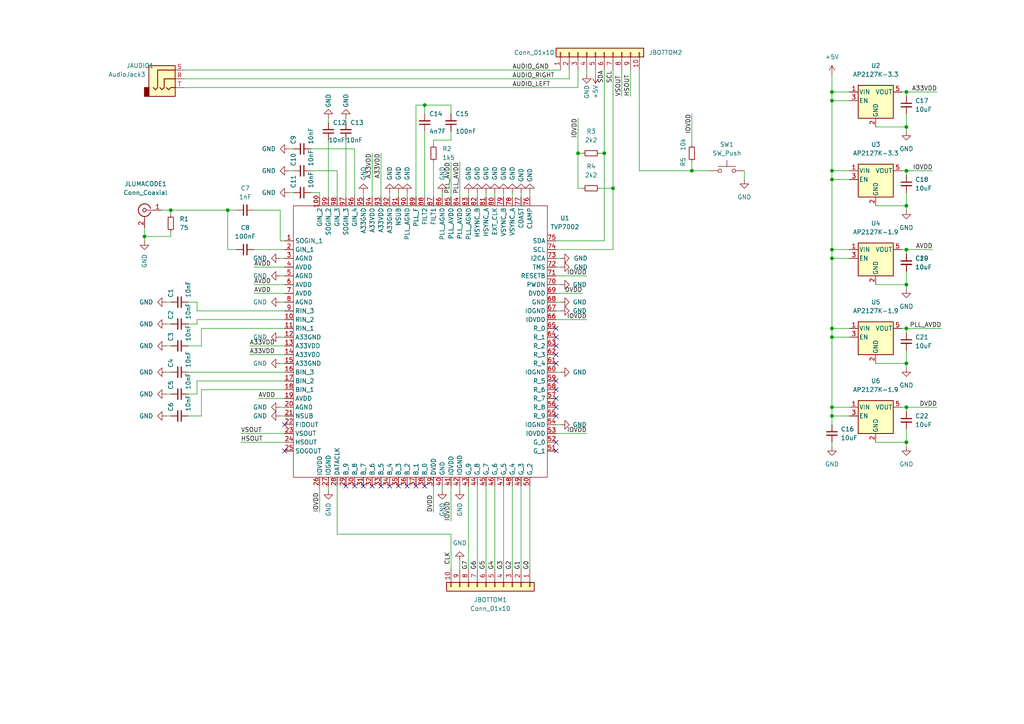
<source format=kicad_sch>
(kicad_sch (version 20211123) (generator eeschema)
  (paper "A4")
  (title_block (title "Video input board"))
  (lib_symbols
    (symbol "Connector:AudioJack3"
      (property "Reference" "J" (at 0 8.89 0))
      (property "Value" "AudioJack3" (at 0 6.35 0))
      (symbol "AudioJack3_0_1"
        (rectangle (start -5.08 -5.08) (end -6.35 -2.54) (stroke (width 0.254)) (fill (type outline)))
        (polyline (pts (xy 0 -2.54) (xy 0.635 -3.175) (xy 1.27 -2.54) (xy 2.54 -2.54)) (stroke (width 0.254)))
        (polyline (pts (xy -1.905 -2.54) (xy -1.27 -3.175) (xy -0.635 -2.54) (xy -0.635 0) (xy 2.54 0)) (stroke (width 0.254)))
        (polyline (pts (xy 2.54 2.54) (xy -2.54 2.54) (xy -2.54 -2.54) (xy -3.175 -3.175) (xy -3.81 -2.54)) (stroke (width 0.254)))
        (rectangle (start 2.54 3.81) (end -5.08 -5.08) (stroke (width 0.254)) (fill (type background)))
      )
      (symbol "AudioJack3_1_1"
        (pin passive line (at 5.08 0 180) (length 2.54) (name "~") (number "R"))
        (pin passive line (at 5.08 2.54 180) (length 2.54) (name "~") (number "S"))
        (pin passive line (at 5.08 -2.54 180) (length 2.54) (name "~") (number "T"))
      )
    )
    (symbol "Connector:Conn_Coaxial" (pin_names (offset 1.016) hide)
      (property "Reference" "J" (at 0.254 3.048 0))
      (property "Value" "Conn_Coaxial" (at 2.921 0 90))
      (symbol "Conn_Coaxial_0_1"
        (arc (start -1.778 -0.508) (mid 0.2311 -1.8066) (end 1.778 0) (stroke (width 0.254)))
        (polyline (pts (xy -2.54 0) (xy -0.508 0)))
        (polyline (pts (xy 0 -2.54) (xy 0 -1.778)))
        (circle (center 0 0) (radius 0.508) (stroke (width 0.2032)))
        (arc (start 1.778 0) (mid 0.2099 1.8101) (end -1.778 0.508) (stroke (width 0.254)))
      )
      (symbol "Conn_Coaxial_1_1"
        (pin passive line (at -5.08 0 0) (length 2.54) (name "In") (number "1"))
        (pin passive line (at 0 -5.08 90) (length 2.54) (name "Ext") (number "2"))
      )
    )
    (symbol "Connector_Generic:Conn_01x10" (pin_names (offset 1.016) hide)
      (property "Reference" "J" (at 0 12.7 0))
      (property "Value" "Conn_01x10" (at 0 -15.24 0))
      (symbol "Conn_01x10_1_1"
        (rectangle (start -1.27 -12.573) (end 0 -12.827) (stroke (width 0.1524)))
        (rectangle (start -1.27 -10.033) (end 0 -10.287) (stroke (width 0.1524)))
        (rectangle (start -1.27 -7.493) (end 0 -7.747) (stroke (width 0.1524)))
        (rectangle (start -1.27 -4.953) (end 0 -5.207) (stroke (width 0.1524)))
        (rectangle (start -1.27 -2.413) (end 0 -2.667) (stroke (width 0.1524)))
        (rectangle (start -1.27 0.127) (end 0 -0.127) (stroke (width 0.1524)))
        (rectangle (start -1.27 2.667) (end 0 2.413) (stroke (width 0.1524)))
        (rectangle (start -1.27 5.207) (end 0 4.953) (stroke (width 0.1524)))
        (rectangle (start -1.27 7.747) (end 0 7.493) (stroke (width 0.1524)))
        (rectangle (start -1.27 10.287) (end 0 10.033) (stroke (width 0.1524)))
        (rectangle (start -1.27 11.43) (end 1.27 -13.97) (stroke (width 0.254)) (fill (type background)))
        (pin passive line (at -5.08 10.16 0) (length 3.81) (name "Pin_1") (number "1"))
        (pin passive line (at -5.08 -12.7 0) (length 3.81) (name "Pin_10") (number "10"))
        (pin passive line (at -5.08 7.62 0) (length 3.81) (name "Pin_2") (number "2"))
        (pin passive line (at -5.08 5.08 0) (length 3.81) (name "Pin_3") (number "3"))
        (pin passive line (at -5.08 2.54 0) (length 3.81) (name "Pin_4") (number "4"))
        (pin passive line (at -5.08 0 0) (length 3.81) (name "Pin_5") (number "5"))
        (pin passive line (at -5.08 -2.54 0) (length 3.81) (name "Pin_6") (number "6"))
        (pin passive line (at -5.08 -5.08 0) (length 3.81) (name "Pin_7") (number "7"))
        (pin passive line (at -5.08 -7.62 0) (length 3.81) (name "Pin_8") (number "8"))
        (pin passive line (at -5.08 -10.16 0) (length 3.81) (name "Pin_9") (number "9"))
      )
    )
    (symbol "Device:C_Small" (pin_numbers hide) (pin_names (offset 0.254) hide)
      (property "Reference" "C" (at 0.254 1.778 0))
      (property "Value" "C_Small" (at 0.254 -2.032 0))
      (symbol "C_Small_0_1"
        (polyline (pts (xy -1.524 -0.508) (xy 1.524 -0.508)) (stroke (width 0.3302)))
        (polyline (pts (xy -1.524 0.508) (xy 1.524 0.508)) (stroke (width 0.3048)))
      )
      (symbol "C_Small_1_1"
        (pin passive line (at 0 2.54 270) (length 2.032) (name "~") (number "1"))
        (pin passive line (at 0 -2.54 90) (length 2.032) (name "~") (number "2"))
      )
    )
    (symbol "Device:R_Small" (pin_numbers hide) (pin_names (offset 0.254) hide)
      (property "Reference" "R" (at 0.762 0.508 0))
      (property "Value" "R_Small" (at 0.762 -1.016 0))
      (symbol "R_Small_0_1"
        (rectangle (start -0.762 1.778) (end 0.762 -1.778) (stroke (width 0.2032)))
      )
      (symbol "R_Small_1_1"
        (pin passive line (at 0 2.54 270) (length 0.762) (name "~") (number "1"))
        (pin passive line (at 0 -2.54 90) (length 0.762) (name "~") (number "2"))
      )
    )
    (symbol "Library:TVP7002"
      (property "Reference" "U" (at 0 2.54 0))
      (property "Value" "TVP7002" (at 0 0 0))
      (symbol "TVP7002_0_1"
        (rectangle (start -38.1 40.64) (end 35.56 -38.1))
      )
      (symbol "TVP7002_1_1"
        (pin input line (at -40.64 30.48 0) (length 2.54) (name "SOGIN_1") (number "1"))
        (pin input line (at -40.64 7.62 0) (length 2.54) (name "RIN_2") (number "10"))
        (pin input line (at -30.48 43.18 270) (length 2.54) (name "GIN_2") (number "100"))
        (pin input line (at -40.64 5.08 0) (length 2.54) (name "RIN_1") (number "11"))
        (pin power_in line (at -40.64 2.54 0) (length 2.54) (name "A33GND") (number "12"))
        (pin power_in line (at -40.64 0 0) (length 2.54) (name "A33VDD") (number "13"))
        (pin power_in line (at -40.64 -2.54 0) (length 2.54) (name "A33VDD") (number "14"))
        (pin power_in line (at -40.64 -5.08 0) (length 2.54) (name "A33GND") (number "15"))
        (pin input line (at -40.64 -7.62 0) (length 2.54) (name "BIN_3") (number "16"))
        (pin input line (at -40.64 -10.16 0) (length 2.54) (name "BIN_2") (number "17"))
        (pin input line (at -40.64 -12.7 0) (length 2.54) (name "BIN_1") (number "18"))
        (pin power_in line (at -40.64 -15.24 0) (length 2.54) (name "AVDD") (number "19"))
        (pin input line (at -40.64 27.94 0) (length 2.54) (name "GIN_1") (number "2"))
        (pin power_in line (at -40.64 -17.78 0) (length 2.54) (name "AGND") (number "20"))
        (pin power_in line (at -40.64 -20.32 0) (length 2.54) (name "NSUB") (number "21"))
        (pin output line (at -40.64 -22.86 0) (length 2.54) (name "FIDOUT") (number "22"))
        (pin output line (at -40.64 -25.4 0) (length 2.54) (name "VSOUT") (number "23"))
        (pin output line (at -40.64 -27.94 0) (length 2.54) (name "HSOUT") (number "24"))
        (pin output line (at -40.64 -30.48 0) (length 2.54) (name "SOGOUT") (number "25"))
        (pin power_in line (at -30.48 -40.64 90) (length 2.54) (name "IOVDD") (number "26"))
        (pin power_in line (at -27.94 -40.64 90) (length 2.54) (name "IOGND") (number "27"))
        (pin output line (at -25.4 -40.64 90) (length 2.54) (name "DATACLK") (number "28"))
        (pin output line (at -22.86 -40.64 90) (length 2.54) (name "B_9") (number "29"))
        (pin power_in line (at -40.64 25.4 0) (length 2.54) (name "AGND") (number "3"))
        (pin output line (at -20.32 -40.64 90) (length 2.54) (name "B_8") (number "30"))
        (pin output line (at -17.78 -40.64 90) (length 2.54) (name "B_7") (number "31"))
        (pin output line (at -15.24 -40.64 90) (length 2.54) (name "B_6") (number "32"))
        (pin output line (at -12.7 -40.64 90) (length 2.54) (name "B_5") (number "33"))
        (pin output line (at -10.16 -40.64 90) (length 2.54) (name "B_4") (number "34"))
        (pin output line (at -7.62 -40.64 90) (length 2.54) (name "B_3") (number "35"))
        (pin output line (at -5.08 -40.64 90) (length 2.54) (name "B_2") (number "36"))
        (pin output line (at -2.54 -40.64 90) (length 2.54) (name "B_1") (number "37"))
        (pin output line (at 0 -40.64 90) (length 2.54) (name "B_0") (number "38"))
        (pin power_in line (at 2.54 -40.64 90) (length 2.54) (name "DVDD") (number "39"))
        (pin power_in line (at -40.64 22.86 0) (length 2.54) (name "AVDD") (number "4"))
        (pin power_in line (at 5.08 -40.64 90) (length 2.54) (name "GND") (number "40"))
        (pin power_in line (at 7.62 -40.64 90) (length 2.54) (name "IOVDD") (number "41"))
        (pin power_in line (at 10.16 -40.64 90) (length 2.54) (name "IOGND") (number "42"))
        (pin output line (at 12.7 -40.64 90) (length 2.54) (name "G_9") (number "43"))
        (pin output line (at 15.24 -40.64 90) (length 2.54) (name "G_8") (number "44"))
        (pin output line (at 17.78 -40.64 90) (length 2.54) (name "G_7") (number "45"))
        (pin output line (at 20.32 -40.64 90) (length 2.54) (name "G_6") (number "46"))
        (pin output line (at 22.86 -40.64 90) (length 2.54) (name "G_5") (number "47"))
        (pin output line (at 25.4 -40.64 90) (length 2.54) (name "G_4") (number "48"))
        (pin output line (at 27.94 -40.64 90) (length 2.54) (name "G_3") (number "49"))
        (pin power_in line (at -40.64 20.32 0) (length 2.54) (name "AGND") (number "5"))
        (pin output line (at 30.48 -40.64 90) (length 2.54) (name "G_2") (number "50"))
        (pin output line (at 38.1 -30.48 180) (length 2.54) (name "G_1") (number "51"))
        (pin output line (at 38.1 -27.94 180) (length 2.54) (name "G_0") (number "52"))
        (pin power_in line (at 38.1 -25.4 180) (length 2.54) (name "IOVDD") (number "53"))
        (pin power_in line (at 38.1 -22.86 180) (length 2.54) (name "IOGND") (number "54"))
        (pin output line (at 38.1 -20.32 180) (length 2.54) (name "R_9") (number "55"))
        (pin output line (at 38.1 -17.78 180) (length 2.54) (name "R_8") (number "56"))
        (pin output line (at 38.1 -15.24 180) (length 2.54) (name "R_7") (number "57"))
        (pin output line (at 38.1 -12.7 180) (length 2.54) (name "R_6") (number "58"))
        (pin output line (at 38.1 -10.16 180) (length 2.54) (name "R_5") (number "59"))
        (pin power_in line (at -40.64 17.78 0) (length 2.54) (name "AVDD") (number "6"))
        (pin power_in line (at 38.1 -7.62 180) (length 2.54) (name "IOGND") (number "60"))
        (pin output line (at 38.1 -5.08 180) (length 2.54) (name "R_4") (number "61"))
        (pin output line (at 38.1 -2.54 180) (length 2.54) (name "R_3") (number "62"))
        (pin output line (at 38.1 0 180) (length 2.54) (name "R_2") (number "63"))
        (pin output line (at 38.1 2.54 180) (length 2.54) (name "R_1") (number "64"))
        (pin output line (at 38.1 5.08 180) (length 2.54) (name "R_0") (number "65"))
        (pin power_in line (at 38.1 7.62 180) (length 2.54) (name "IOVDD") (number "66"))
        (pin power_in line (at 38.1 10.16 180) (length 2.54) (name "IOGND") (number "67"))
        (pin power_in line (at 38.1 12.7 180) (length 2.54) (name "GND") (number "68"))
        (pin power_in line (at 38.1 15.24 180) (length 2.54) (name "DVDD") (number "69"))
        (pin power_in line (at -40.64 15.24 0) (length 2.54) (name "AVDD") (number "7"))
        (pin input line (at 38.1 17.78 180) (length 2.54) (name "PWDN") (number "70"))
        (pin input line (at 38.1 20.32 180) (length 2.54) (name "RESETB") (number "71"))
        (pin input line (at 38.1 22.86 180) (length 2.54) (name "TMS") (number "72"))
        (pin input line (at 38.1 25.4 180) (length 2.54) (name "I2CA") (number "73"))
        (pin input line (at 38.1 27.94 180) (length 2.54) (name "SCL") (number "74"))
        (pin bidirectional line (at 38.1 30.48 180) (length 2.54) (name "SDA") (number "75"))
        (pin input line (at 30.48 43.18 270) (length 2.54) (name "CLAMP") (number "76"))
        (pin input line (at 27.94 43.18 270) (length 2.54) (name "COAST") (number "77"))
        (pin input line (at 25.4 43.18 270) (length 2.54) (name "VSYNC_A") (number "78"))
        (pin input line (at 22.86 43.18 270) (length 2.54) (name "VSYNC_B") (number "79"))
        (pin power_in line (at -40.64 12.7 0) (length 2.54) (name "AGND") (number "8"))
        (pin input line (at 20.32 43.18 270) (length 2.54) (name "EXT_CLK") (number "80"))
        (pin input line (at 17.78 43.18 270) (length 2.54) (name "HSYNC_A") (number "81"))
        (pin input line (at 15.24 43.18 270) (length 2.54) (name "HSYNC_B") (number "82"))
        (pin power_in line (at 12.7 43.18 270) (length 2.54) (name "PLL_AGND") (number "83"))
        (pin power_in line (at 10.16 43.18 270) (length 2.54) (name "PLL_AVDD") (number "84"))
        (pin power_in line (at 7.62 43.18 270) (length 2.54) (name "PLL_AVDD") (number "85"))
        (pin power_in line (at 5.08 43.18 270) (length 2.54) (name "PLL_AGND") (number "86"))
        (pin output line (at 2.54 43.18 270) (length 2.54) (name "FILT1") (number "87"))
        (pin output line (at 0 43.18 270) (length 2.54) (name "FILT2") (number "88"))
        (pin input line (at -2.54 43.18 270) (length 2.54) (name "PLL_F") (number "89"))
        (pin input line (at -40.64 10.16 0) (length 2.54) (name "RIN_3") (number "9"))
        (pin power_in line (at -5.08 43.18 270) (length 2.54) (name "PLL_AGND") (number "90"))
        (pin power_in line (at -7.62 43.18 270) (length 2.54) (name "NSUB") (number "91"))
        (pin power_in line (at -10.16 43.18 270) (length 2.54) (name "A33GND") (number "92"))
        (pin power_in line (at -12.7 43.18 270) (length 2.54) (name "A33VDD") (number "93"))
        (pin power_in line (at -15.24 43.18 270) (length 2.54) (name "A33VDD") (number "94"))
        (pin power_in line (at -17.78 43.18 270) (length 2.54) (name "A33GND") (number "95"))
        (pin input line (at -20.32 43.18 270) (length 2.54) (name "GIN_4") (number "96"))
        (pin input line (at -22.86 43.18 270) (length 2.54) (name "SOGIN_3") (number "97"))
        (pin input line (at -25.4 43.18 270) (length 2.54) (name "GIN_3") (number "98"))
        (pin input line (at -27.94 43.18 270) (length 2.54) (name "SOGIN_2") (number "99"))
      )
    )
    (symbol "Regulator_Linear:AP2127K-3.3" (pin_names (offset 0.254))
      (property "Reference" "U" (at -5.08 5.715 0))
      (property "Value" "AP2127K-3.3" (at 0 5.715 0))
      (symbol "AP2127K-3.3_0_1"
        (rectangle (start -5.08 4.445) (end 5.08 -5.08) (stroke (width 0.254)) (fill (type background)))
      )
      (symbol "AP2127K-3.3_1_1"
        (pin power_in line (at -7.62 2.54 0) (length 2.54) (name "VIN") (number "1"))
        (pin power_in line (at 0 -7.62 90) (length 2.54) (name "GND") (number "2"))
        (pin input line (at -7.62 0 0) (length 2.54) (name "EN") (number "3"))
        (pin no_connect line (at 5.08 0 180) (length 2.54) hide (name "NC") (number "4"))
        (pin power_out line (at 7.62 2.54 180) (length 2.54) (name "VOUT") (number "5"))
      )
    )
    (symbol "Switch:SW_Push" (pin_numbers hide) (pin_names (offset 1.016) hide)
      (property "Reference" "SW" (at 1.27 2.54 0))
      (property "Value" "SW_Push" (at 0 -1.524 0))
      (symbol "SW_Push_0_1"
        (circle (center -2.032 0) (radius 0.508))
        (polyline (pts (xy 0 1.27) (xy 0 3.048)))
        (polyline (pts (xy 2.54 1.27) (xy -2.54 1.27)))
        (circle (center 2.032 0) (radius 0.508))
        (pin passive line (at -5.08 0 0) (length 2.54) (name "1") (number "1"))
        (pin passive line (at 5.08 0 180) (length 2.54) (name "2") (number "2"))
      )
    )
    (symbol "power:+5V" (power) (pin_names (offset 0))
      (property "Value" "+5V" (at 0 3.556 0))
      (symbol "+5V_0_1"
        (polyline (pts (xy -0.762 1.27) (xy 0 2.54)))
        (polyline (pts (xy 0 0) (xy 0 2.54)))
        (polyline (pts (xy 0 2.54) (xy 0.762 1.27)))
      )
      (symbol "+5V_1_1"
        (pin power_in line (at 0 0 90) (length 0) hide (name "+5V") (number "1"))
      )
    )
    (symbol "power:GND" (power) (pin_names (offset 0))
      (property "Value" "GND" (at 0 -3.81 0))
      (symbol "GND_0_1"
        (polyline (pts (xy 0 0) (xy 0 -1.27) (xy 1.27 -1.27) (xy 0 -2.54) (xy -1.27 -1.27) (xy 0 -1.27)))
      )
      (symbol "GND_1_1"
        (pin power_in line (at 0 0 270) (length 0) hide (name "GND") (number "1"))
      )
    )
  )
  (junction (at 241.3 97.79))
  (junction (at 262.89 118.11))
  (junction (at 262.89 82.55))
  (junction (at 241.3 29.21))
  (junction (at 262.89 128.27))
  (junction (at 241.3 74.93))
  (junction (at 49.53 60.96))
  (junction (at 262.89 36.83))
  (junction (at 241.3 26.67))
  (junction (at 123.19 30.48))
  (junction (at 241.3 49.53))
  (junction (at 200.66 49.53))
  (junction (at 262.89 72.39))
  (junction (at 262.89 105.41))
  (junction (at 262.89 26.67))
  (junction (at 66.04 60.96))
  (junction (at 167.64 44.45))
  (junction (at 241.3 120.65))
  (junction (at 177.8 54.61))
  (junction (at 41.91 68.58))
  (junction (at 175.26 44.45))
  (junction (at 241.3 52.07))
  (junction (at 241.3 95.25))
  (junction (at 262.89 49.53))
  (junction (at 241.3 118.11))
  (junction (at 262.89 59.69))
  (junction (at 262.89 95.25))
  (junction (at 241.3 72.39))
  (no_connect (at 82.55 130.81))
  (no_connect (at 82.55 123.19))
  (no_connect (at 161.29 105.41))
  (no_connect (at 161.29 102.87))
  (no_connect (at 161.29 100.33))
  (no_connect (at 161.29 97.79))
  (no_connect (at 161.29 95.25))
  (no_connect (at 161.29 120.65))
  (no_connect (at 161.29 118.11))
  (no_connect (at 161.29 115.57))
  (no_connect (at 161.29 113.03))
  (no_connect (at 161.29 110.49))
  (no_connect (at 161.29 128.27))
  (no_connect (at 161.29 130.81))
  (no_connect (at 107.95 140.97))
  (no_connect (at 100.33 140.97))
  (no_connect (at 102.87 140.97))
  (no_connect (at 105.41 140.97))
  (no_connect (at 110.49 140.97))
  (no_connect (at 115.57 140.97))
  (no_connect (at 113.03 140.97))
  (no_connect (at 123.19 140.97))
  (no_connect (at 118.11 140.97))
  (no_connect (at 120.65 140.97))
  (wire (pts (xy 138.43 140.97) (xy 138.43 165.1)))
  (wire (pts (xy 262.89 72.39) (xy 262.89 73.66)))
  (wire (pts (xy 177.8 72.39) (xy 177.8 54.61)))
  (wire (pts (xy 48.26 100.33) (xy 49.53 100.33)))
  (wire (pts (xy 95.25 40.64) (xy 95.25 57.15)))
  (wire (pts (xy 241.3 49.53) (xy 246.38 49.53)))
  (wire (pts (xy 173.99 44.45) (xy 175.26 44.45)))
  (wire (pts (xy 95.25 140.97) (xy 95.25 142.24)))
  (wire (pts (xy 135.89 140.97) (xy 135.89 165.1)))
  (wire (pts (xy 49.53 68.58) (xy 49.53 67.31)))
  (wire (pts (xy 133.35 140.97) (xy 133.35 142.24)))
  (wire (pts (xy 81.28 105.41) (xy 82.55 105.41)))
  (wire (pts (xy 241.3 49.53) (xy 241.3 52.07)))
  (wire (pts (xy 241.3 120.65) (xy 241.3 123.19)))
  (wire (pts (xy 48.26 87.63) (xy 49.53 87.63)))
  (wire (pts (xy 53.34 22.86) (xy 165.1 22.86)))
  (wire (pts (xy 130.81 140.97) (xy 130.81 151.13)))
  (wire (pts (xy 261.62 49.53) (xy 262.89 49.53)))
  (wire (pts (xy 167.64 34.29) (xy 167.64 44.45)))
  (wire (pts (xy 57.15 92.71) (xy 57.15 93.98)))
  (wire (pts (xy 92.71 55.88) (xy 90.17 55.88)))
  (wire (pts (xy 161.29 74.93) (xy 162.56 74.93)))
  (wire (pts (xy 123.19 38.1) (xy 123.19 57.15)))
  (wire (pts (xy 254 82.55) (xy 262.89 82.55)))
  (wire (pts (xy 81.28 69.85) (xy 82.55 69.85)))
  (wire (pts (xy 82.55 90.17) (xy 57.15 90.17)))
  (wire (pts (xy 57.15 93.98) (xy 54.61 93.98)))
  (wire (pts (xy 241.3 95.25) (xy 246.38 95.25)))
  (wire (pts (xy 262.89 59.69) (xy 262.89 55.88)))
  (wire (pts (xy 107.95 44.45) (xy 107.95 57.15)))
  (wire (pts (xy 261.62 26.67) (xy 262.89 26.67)))
  (wire (pts (xy 81.28 87.63) (xy 82.55 87.63)))
  (wire (pts (xy 133.35 162.56) (xy 133.35 165.1)))
  (wire (pts (xy 125.73 41.91) (xy 125.73 40.64)))
  (wire (pts (xy 57.15 114.3) (xy 54.61 114.3)))
  (wire (pts (xy 153.67 55.88) (xy 153.67 57.15)))
  (wire (pts (xy 69.85 125.73) (xy 82.55 125.73)))
  (wire (pts (xy 143.51 55.88) (xy 143.51 57.15)))
  (wire (pts (xy 161.29 92.71) (xy 170.18 92.71)))
  (wire (pts (xy 81.28 69.85) (xy 81.28 60.96)))
  (wire (pts (xy 165.1 20.32) (xy 165.1 22.86)))
  (wire (pts (xy 123.19 30.48) (xy 123.19 33.02)))
  (wire (pts (xy 161.29 125.73) (xy 170.18 125.73)))
  (wire (pts (xy 161.29 82.55) (xy 162.56 82.55)))
  (wire (pts (xy 182.88 20.32) (xy 182.88 27.94)))
  (wire (pts (xy 262.89 118.11) (xy 271.78 118.11)))
  (wire (pts (xy 83.82 43.18) (xy 85.09 43.18)))
  (wire (pts (xy 73.66 85.09) (xy 82.55 85.09)))
  (wire (pts (xy 175.26 20.32) (xy 175.26 44.45)))
  (wire (pts (xy 241.3 128.27) (xy 241.3 129.54)))
  (wire (pts (xy 261.62 95.25) (xy 262.89 95.25)))
  (wire (pts (xy 102.87 43.18) (xy 102.87 57.15)))
  (wire (pts (xy 97.79 49.53) (xy 90.17 49.53)))
  (wire (pts (xy 161.29 107.95) (xy 162.56 107.95)))
  (wire (pts (xy 130.81 46.99) (xy 130.81 57.15)))
  (wire (pts (xy 97.79 57.15) (xy 97.79 49.53)))
  (wire (pts (xy 241.3 118.11) (xy 246.38 118.11)))
  (wire (pts (xy 81.28 60.96) (xy 73.66 60.96)))
  (wire (pts (xy 58.42 100.33) (xy 54.61 100.33)))
  (wire (pts (xy 262.89 95.25) (xy 273.05 95.25)))
  (wire (pts (xy 95.25 34.29) (xy 95.25 35.56)))
  (wire (pts (xy 73.66 72.39) (xy 82.55 72.39)))
  (wire (pts (xy 41.91 66.04) (xy 41.91 68.58)))
  (wire (pts (xy 41.91 68.58) (xy 41.91 69.85)))
  (wire (pts (xy 130.81 40.64) (xy 130.81 38.1)))
  (wire (pts (xy 161.29 69.85) (xy 175.26 69.85)))
  (wire (pts (xy 148.59 140.97) (xy 148.59 165.1)))
  (wire (pts (xy 167.64 20.32) (xy 167.64 25.4)))
  (wire (pts (xy 241.3 72.39) (xy 246.38 72.39)))
  (wire (pts (xy 58.42 113.03) (xy 58.42 120.65)))
  (wire (pts (xy 200.66 49.53) (xy 205.74 49.53)))
  (wire (pts (xy 90.17 43.18) (xy 102.87 43.18)))
  (wire (pts (xy 81.28 74.93) (xy 82.55 74.93)))
  (wire (pts (xy 161.29 77.47) (xy 162.56 77.47)))
  (wire (pts (xy 146.05 140.97) (xy 146.05 165.1)))
  (wire (pts (xy 185.42 49.53) (xy 185.42 20.32)))
  (wire (pts (xy 135.89 55.88) (xy 135.89 57.15)))
  (wire (pts (xy 123.19 30.48) (xy 130.81 30.48)))
  (wire (pts (xy 130.81 154.94) (xy 130.81 165.1)))
  (wire (pts (xy 120.65 30.48) (xy 123.19 30.48)))
  (wire (pts (xy 262.89 128.27) (xy 262.89 129.54)))
  (wire (pts (xy 151.13 55.88) (xy 151.13 57.15)))
  (wire (pts (xy 140.97 55.88) (xy 140.97 57.15)))
  (wire (pts (xy 83.82 55.88) (xy 85.09 55.88)))
  (wire (pts (xy 241.3 120.65) (xy 246.38 120.65)))
  (wire (pts (xy 100.33 40.64) (xy 100.33 57.15)))
  (wire (pts (xy 72.39 102.87) (xy 82.55 102.87)))
  (wire (pts (xy 66.04 60.96) (xy 49.53 60.96)))
  (wire (pts (xy 241.3 97.79) (xy 241.3 118.11)))
  (wire (pts (xy 262.89 26.67) (xy 262.89 27.94)))
  (wire (pts (xy 97.79 140.97) (xy 97.79 154.94)))
  (wire (pts (xy 262.89 128.27) (xy 262.89 124.46)))
  (wire (pts (xy 241.3 72.39) (xy 241.3 74.93)))
  (wire (pts (xy 241.3 21.59) (xy 241.3 26.67)))
  (wire (pts (xy 262.89 72.39) (xy 270.51 72.39)))
  (wire (pts (xy 58.42 120.65) (xy 54.61 120.65)))
  (wire (pts (xy 241.3 26.67) (xy 241.3 29.21)))
  (wire (pts (xy 92.71 140.97) (xy 92.71 148.59)))
  (wire (pts (xy 46.99 60.96) (xy 49.53 60.96)))
  (wire (pts (xy 81.28 118.11) (xy 82.55 118.11)))
  (wire (pts (xy 54.61 107.95) (xy 82.55 107.95)))
  (wire (pts (xy 92.71 57.15) (xy 92.71 55.88)))
  (wire (pts (xy 125.73 46.99) (xy 125.73 57.15)))
  (wire (pts (xy 185.42 49.53) (xy 200.66 49.53)))
  (wire (pts (xy 177.8 20.32) (xy 177.8 54.61)))
  (wire (pts (xy 128.27 140.97) (xy 128.27 142.24)))
  (wire (pts (xy 161.29 80.01) (xy 170.18 80.01)))
  (wire (pts (xy 262.89 49.53) (xy 262.89 50.8)))
  (wire (pts (xy 82.55 95.25) (xy 58.42 95.25)))
  (wire (pts (xy 82.55 92.71) (xy 57.15 92.71)))
  (wire (pts (xy 262.89 26.67) (xy 271.78 26.67)))
  (wire (pts (xy 261.62 118.11) (xy 262.89 118.11)))
  (wire (pts (xy 69.85 128.27) (xy 82.55 128.27)))
  (wire (pts (xy 173.99 54.61) (xy 177.8 54.61)))
  (wire (pts (xy 241.3 29.21) (xy 246.38 29.21)))
  (wire (pts (xy 254 105.41) (xy 262.89 105.41)))
  (wire (pts (xy 148.59 55.88) (xy 148.59 57.15)))
  (wire (pts (xy 115.57 55.88) (xy 115.57 57.15)))
  (wire (pts (xy 161.29 87.63) (xy 162.56 87.63)))
  (wire (pts (xy 261.62 72.39) (xy 262.89 72.39)))
  (wire (pts (xy 48.26 107.95) (xy 49.53 107.95)))
  (wire (pts (xy 262.89 36.83) (xy 262.89 33.02)))
  (wire (pts (xy 81.28 120.65) (xy 82.55 120.65)))
  (wire (pts (xy 241.3 118.11) (xy 241.3 120.65)))
  (wire (pts (xy 66.04 60.96) (xy 68.58 60.96)))
  (wire (pts (xy 241.3 29.21) (xy 241.3 49.53)))
  (wire (pts (xy 128.27 55.88) (xy 128.27 57.15)))
  (wire (pts (xy 81.28 80.01) (xy 82.55 80.01)))
  (wire (pts (xy 254 59.69) (xy 262.89 59.69)))
  (wire (pts (xy 48.26 114.3) (xy 49.53 114.3)))
  (wire (pts (xy 49.53 60.96) (xy 49.53 62.23)))
  (wire (pts (xy 161.29 85.09) (xy 168.91 85.09)))
  (wire (pts (xy 241.3 26.67) (xy 246.38 26.67)))
  (wire (pts (xy 125.73 40.64) (xy 130.81 40.64)))
  (wire (pts (xy 167.64 44.45) (xy 168.91 44.45)))
  (wire (pts (xy 200.66 33.02) (xy 200.66 41.91)))
  (wire (pts (xy 262.89 59.69) (xy 262.89 60.96)))
  (wire (pts (xy 262.89 118.11) (xy 262.89 119.38)))
  (wire (pts (xy 113.03 55.88) (xy 113.03 57.15)))
  (wire (pts (xy 161.29 90.17) (xy 162.56 90.17)))
  (wire (pts (xy 241.3 74.93) (xy 241.3 95.25)))
  (wire (pts (xy 140.97 140.97) (xy 140.97 165.1)))
  (wire (pts (xy 74.93 115.57) (xy 82.55 115.57)))
  (wire (pts (xy 97.79 154.94) (xy 130.81 154.94)))
  (wire (pts (xy 133.35 46.99) (xy 133.35 57.15)))
  (wire (pts (xy 82.55 113.03) (xy 58.42 113.03)))
  (wire (pts (xy 138.43 55.88) (xy 138.43 57.15)))
  (wire (pts (xy 172.72 20.32) (xy 172.72 21.59)))
  (wire (pts (xy 57.15 90.17) (xy 57.15 87.63)))
  (wire (pts (xy 262.89 82.55) (xy 262.89 83.82)))
  (wire (pts (xy 161.29 123.19) (xy 162.56 123.19)))
  (wire (pts (xy 73.66 77.47) (xy 82.55 77.47)))
  (wire (pts (xy 73.66 82.55) (xy 82.55 82.55)))
  (wire (pts (xy 175.26 69.85) (xy 175.26 44.45)))
  (wire (pts (xy 262.89 36.83) (xy 262.89 38.1)))
  (wire (pts (xy 66.04 60.96) (xy 66.04 72.39)))
  (wire (pts (xy 53.34 25.4) (xy 167.64 25.4)))
  (wire (pts (xy 48.26 120.65) (xy 49.53 120.65)))
  (wire (pts (xy 170.18 20.32) (xy 170.18 21.59)))
  (wire (pts (xy 130.81 30.48) (xy 130.81 33.02)))
  (wire (pts (xy 66.04 72.39) (xy 68.58 72.39)))
  (wire (pts (xy 48.26 93.98) (xy 49.53 93.98)))
  (wire (pts (xy 151.13 140.97) (xy 151.13 165.1)))
  (wire (pts (xy 180.34 20.32) (xy 180.34 27.94)))
  (wire (pts (xy 110.49 44.45) (xy 110.49 57.15)))
  (wire (pts (xy 120.65 57.15) (xy 120.65 30.48)))
  (wire (pts (xy 262.89 95.25) (xy 262.89 96.52)))
  (wire (pts (xy 83.82 49.53) (xy 85.09 49.53)))
  (wire (pts (xy 72.39 100.33) (xy 82.55 100.33)))
  (wire (pts (xy 262.89 49.53) (xy 270.51 49.53)))
  (wire (pts (xy 153.67 140.97) (xy 153.67 165.1)))
  (wire (pts (xy 241.3 52.07) (xy 241.3 72.39)))
  (wire (pts (xy 118.11 55.88) (xy 118.11 57.15)))
  (wire (pts (xy 82.55 110.49) (xy 57.15 110.49)))
  (wire (pts (xy 125.73 140.97) (xy 125.73 148.59)))
  (wire (pts (xy 146.05 55.88) (xy 146.05 57.15)))
  (wire (pts (xy 57.15 87.63) (xy 54.61 87.63)))
  (wire (pts (xy 254 128.27) (xy 262.89 128.27)))
  (wire (pts (xy 41.91 68.58) (xy 49.53 68.58)))
  (wire (pts (xy 254 36.83) (xy 262.89 36.83)))
  (wire (pts (xy 200.66 46.99) (xy 200.66 49.53)))
  (wire (pts (xy 241.3 97.79) (xy 246.38 97.79)))
  (wire (pts (xy 143.51 140.97) (xy 143.51 165.1)))
  (wire (pts (xy 241.3 52.07) (xy 246.38 52.07)))
  (wire (pts (xy 262.89 82.55) (xy 262.89 78.74)))
  (wire (pts (xy 215.9 49.53) (xy 215.9 52.07)))
  (wire (pts (xy 168.91 54.61) (xy 167.64 54.61)))
  (wire (pts (xy 262.89 105.41) (xy 262.89 101.6)))
  (wire (pts (xy 241.3 95.25) (xy 241.3 97.79)))
  (wire (pts (xy 105.41 55.88) (xy 105.41 57.15)))
  (wire (pts (xy 100.33 34.29) (xy 100.33 35.56)))
  (wire (pts (xy 262.89 105.41) (xy 262.89 106.68)))
  (wire (pts (xy 81.28 97.79) (xy 82.55 97.79)))
  (wire (pts (xy 53.34 20.32) (xy 162.56 20.32)))
  (wire (pts (xy 57.15 110.49) (xy 57.15 114.3)))
  (wire (pts (xy 167.64 44.45) (xy 167.64 54.61)))
  (wire (pts (xy 161.29 72.39) (xy 177.8 72.39)))
  (wire (pts (xy 241.3 74.93) (xy 246.38 74.93)))
  (wire (pts (xy 58.42 95.25) (xy 58.42 100.33)))
  (label "AUDIO_LEFT" (at 148.59 25.4 0))
  (label "G7" (at 135.89 162.56 270))
  (label "AUDIO_RIGHT" (at 148.59 22.86 0))
  (label "IOVDD" (at 170.18 80.01 180))
  (label "IOVDD" (at 170.18 92.71 180))
  (label "CLK" (at 130.81 160.02 270))
  (label "A33VDD" (at 72.39 100.33 0))
  (label "PLL_AVDD" (at 273.05 95.25 180))
  (label "HSOUT" (at 69.85 128.27 0))
  (label "A33VDD" (at 107.95 44.45 270))
  (label "IOVDD" (at 200.66 33.02 270))
  (label "A33VDD" (at 72.39 102.87 0))
  (label "IOVDD" (at 92.71 148.59 90))
  (label "G5" (at 140.97 162.56 270))
  (label "A33VDD" (at 271.78 26.67 180))
  (label "AVDD" (at 74.93 115.57 0))
  (label "AVDD" (at 73.66 77.47 0))
  (label "VSOUT" (at 69.85 125.73 0))
  (label "G4" (at 143.51 162.56 270))
  (label "IOVDD" (at 270.51 49.53 180))
  (label "G0" (at 153.67 162.56 270))
  (label "A33VDD" (at 110.49 44.45 270))
  (label "G6" (at 138.43 162.56 270))
  (label "IOVDD" (at 130.81 151.13 90))
  (label "SDA" (at 175.26 24.13 90))
  (label "AVDD" (at 73.66 85.09 0))
  (label "G2" (at 148.59 162.56 270))
  (label "AVDD" (at 270.51 72.39 180))
  (label "AVDD" (at 73.66 82.55 0))
  (label "IOVDD" (at 167.64 34.29 270))
  (label "SCL" (at 177.8 24.13 90))
  (label "G3" (at 146.05 162.56 270))
  (label "DVDD" (at 271.78 118.11 180))
  (label "DVDD" (at 125.73 148.59 90))
  (label "IOVDD" (at 170.18 125.73 180))
  (label "VSOUT" (at 180.34 27.94 90))
  (label "PLL_AVDD" (at 133.35 46.99 270))
  (label "G1" (at 151.13 162.56 270))
  (label "AUDIO_GND" (at 148.59 20.32 0))
  (label "PLL_AVDD" (at 130.81 46.99 270))
  (label "HSOUT" (at 182.88 27.94 90))
  (label "DVDD" (at 168.91 85.09 180))
  (symbol (lib_id "power:GND") (at 128.27 55.88 180) (unit 1)
    (property "Reference" "#PWR025" (effects hide))
    (property "Value" "GND" (at 128.27 48.26 90) (effects (justify left)))
  )
  (symbol (lib_id "power:GND") (at 81.28 74.93 270) (unit 1)
    (property "Reference" "#PWR08" (effects hide))
    (property "Value" "GND" (at 77.47 74.9299 90) (effects (justify right)))
  )
  (symbol (lib_id "Device:R_Small") (at 49.53 64.77 0) (unit 1)
    (property "Reference" "R1" (at 52.07 63.4999 0) (effects (justify left)))
    (property "Value" "75" (at 52.07 66.0399 0) (effects (justify left)))
    (property "Footprint" "Resistor_SMD:R_0805_2012Metric" (effects hide))
  )
  (symbol (lib_id "Device:R_Small") (at 200.66 44.45 180) (unit 1)
    (property "Reference" "R5" (at 198.12 46.99 90))
    (property "Value" "10k" (at 198.12 41.91 90))
    (property "Footprint" "Resistor_SMD:R_0805_2012Metric" (effects hide))
  )
  (symbol (lib_id "Device:C_Small") (at 262.89 99.06 0) (unit 1)
    (property "Reference" "C21" (at 265.43 97.7962 0) (effects (justify left)))
    (property "Value" "10uF" (at 265.43 100.3362 0) (effects (justify left)))
    (property "Footprint" "Capacitor_SMD:C_0805_2012Metric" (effects hide))
  )
  (symbol (lib_id "power:GND") (at 133.35 142.24 0) (unit 1)
    (property "Reference" "#PWR027" (effects hide))
    (property "Value" "GND" (at 133.35 149.86 90) (effects (justify left)))
  )
  (symbol (lib_id "Device:C_Small") (at 71.12 72.39 90) (unit 1)
    (property "Reference" "C8" (at 71.1263 66.04 90))
    (property "Value" "100nF" (at 71.1263 68.58 90))
    (property "Footprint" "Capacitor_SMD:C_0603_1608Metric" (effects hide))
  )
  (symbol (lib_id "Regulator_Linear:AP2127K-3.3") (at 254 29.21 0) (unit 1)
    (property "Reference" "U2" (at 254 19.05 0))
    (property "Value" "AP2127K-3.3" (at 254 21.59 0))
    (property "Footprint" "Package_TO_SOT_SMD:SOT-23-5" (effects hide))
    (property "Datasheet" "https://www.diodes.com/assets/Datasheets/AP2127.pdf" (effects hide))
  )
  (symbol (lib_id "power:GND") (at 215.9 52.07 0) (unit 1)
    (property "Reference" "#PWR0106" (effects hide))
    (property "Value" "GND" (at 215.9 57.15 0))
  )
  (symbol (lib_id "Device:R_Small") (at 171.45 44.45 90) (unit 1)
    (property "Reference" "R3" (at 171.45 38.1 90))
    (property "Value" "2k2" (at 171.45 40.64 90))
    (property "Footprint" "Resistor_SMD:R_0805_2012Metric" (effects hide))
  )
  (symbol (lib_id "power:GND") (at 162.56 87.63 90) (unit 1)
    (property "Reference" "#PWR040" (effects hide))
    (property "Value" "GND" (at 170.18 87.63 90) (effects (justify left)))
  )
  (symbol (lib_id "Device:C_Small") (at 52.07 120.65 270) (unit 1)
    (property "Reference" "C6" (at 49.53 119.38 0) (effects (justify right)))
    (property "Value" "10nF" (at 54.61 119.38 0) (effects (justify right)))
    (property "Footprint" "Capacitor_SMD:C_0603_1608Metric" (effects hide))
  )
  (symbol (lib_id "Connector_Generic:Conn_01x10") (at 143.51 170.18 270) (unit 1)
    (property "Reference" "JBOTTOM1" (at 142.24 173.99 90))
    (property "Value" "Conn_01x10" (at 142.24 176.53 90))
    (property "Footprint" "Connector_PinHeader_2.54mm:PinHeader_1x10_P2.54mm_Vertical" (effects hide))
  )
  (symbol (lib_id "Device:C_Small") (at 52.07 87.63 270) (unit 1)
    (property "Reference" "C1" (at 49.53 86.36 0) (effects (justify right)))
    (property "Value" "10nF" (at 54.61 86.36 0) (effects (justify right)))
    (property "Footprint" "Capacitor_SMD:C_0603_1608Metric" (effects hide))
  )
  (symbol (lib_id "power:GND") (at 262.89 83.82 0) (unit 1)
    (property "Reference" "#PWR050" (effects hide))
    (property "Value" "GND" (at 262.89 88.9 0))
  )
  (symbol (lib_id "Switch:SW_Push") (at 210.82 49.53 0) (unit 1)
    (property "Reference" "SW1" (at 210.82 41.91 0))
    (property "Value" "SW_Push" (at 210.82 44.45 0))
    (property "Footprint" "Button_Switch_THT:SW_Tactile_SKHH_Angled" (effects hide))
  )
  (symbol (lib_id "Device:C_Small") (at 262.89 76.2 0) (unit 1)
    (property "Reference" "C19" (at 265.43 74.9362 0) (effects (justify left)))
    (property "Value" "10uF" (at 265.43 77.4762 0) (effects (justify left)))
    (property "Footprint" "Capacitor_SMD:C_0805_2012Metric" (effects hide))
  )
  (symbol (lib_id "Connector:AudioJack3") (at 48.26 22.86 0) (unit 1)
    (property "Reference" "JAUDIO1" (at 40.64 19.05 0))
    (property "Value" "AudioJack3" (at 36.83 21.59 0))
    (property "Footprint" "Connector_Audio:Jack_3.5mm_Lumberg_1503_07_Horizontal" (effects hide))
  )
  (symbol (lib_id "Device:R_Small") (at 125.73 44.45 0) (unit 1)
    (property "Reference" "R2" (at 128.27 43.1799 0) (effects (justify left)))
    (property "Value" "1k5" (at 128.27 45.7199 0) (effects (justify left)))
    (property "Footprint" "Resistor_SMD:R_0805_2012Metric" (effects hide))
  )
  (symbol (lib_id "power:GND") (at 146.05 55.88 180) (unit 1)
    (property "Reference" "#PWR033" (effects hide))
    (property "Value" "GND" (at 146.05 48.26 90) (effects (justify left)))
  )
  (symbol (lib_id "Regulator_Linear:AP2127K-3.3") (at 254 52.07 0) (unit 1)
    (property "Reference" "U3" (at 254 41.91 0))
    (property "Value" "AP2127K-3.3" (at 254 44.45 0))
    (property "Footprint" "Package_TO_SOT_SMD:SOT-23-5" (effects hide))
    (property "Datasheet" "https://www.diodes.com/assets/Datasheets/AP2127.pdf" (effects hide))
  )
  (symbol (lib_id "Device:C_Small") (at 241.3 125.73 0) (unit 1)
    (property "Reference" "C16" (at 243.84 124.4662 0) (effects (justify left)))
    (property "Value" "10uF" (at 243.84 127.0062 0) (effects (justify left)))
    (property "Footprint" "Capacitor_SMD:C_0805_2012Metric" (effects hide))
  )
  (symbol (lib_id "Device:C_Small") (at 95.25 38.1 180) (unit 1)
    (property "Reference" "C12" (at 96.52 35.56 0) (effects (justify right)))
    (property "Value" "10nF" (at 95.25 40.64 0) (effects (justify right)))
    (property "Footprint" "Capacitor_SMD:C_0603_1608Metric" (effects hide))
  )
  (symbol (lib_id "power:GND") (at 262.89 129.54 0) (unit 1)
    (property "Reference" "#PWR052" (effects hide))
    (property "Value" "GND" (at 262.89 134.62 0))
  )
  (symbol (lib_id "Device:C_Small") (at 52.07 100.33 270) (unit 1)
    (property "Reference" "C3" (at 49.53 99.06 0) (effects (justify right)))
    (property "Value" "10nF" (at 54.61 99.06 0) (effects (justify right)))
    (property "Footprint" "Capacitor_SMD:C_0603_1608Metric" (effects hide))
  )
  (symbol (lib_id "power:GND") (at 81.28 87.63 270) (unit 1)
    (property "Reference" "#PWR010" (effects hide))
    (property "Value" "GND" (at 77.47 87.6299 90) (effects (justify right)))
  )
  (symbol (lib_id "power:GND") (at 81.28 105.41 270) (unit 1)
    (property "Reference" "#PWR012" (effects hide))
    (property "Value" "GND" (at 77.47 105.4099 90) (effects (justify right)))
  )
  (symbol (lib_id "Connector_Generic:Conn_01x10") (at 172.72 15.24 90) (unit 1)
    (property "Reference" "JBOTTOM2" (at 193.04 15.24 90))
    (property "Value" "Conn_01x10" (at 154.94 15.24 90))
    (property "Footprint" "Connector_PinHeader_2.54mm:PinHeader_1x10_P2.54mm_Vertical" (effects hide))
  )
  (symbol (lib_id "power:GND") (at 81.28 80.01 270) (unit 1)
    (property "Reference" "#PWR09" (effects hide))
    (property "Value" "GND" (at 77.47 80.0099 90) (effects (justify right)))
  )
  (symbol (lib_id "power:GND") (at 170.18 21.59 0) (unit 1)
    (property "Reference" "#PWR044" (effects hide))
    (property "Value" "GND" (at 170.18 26.67 90))
  )
  (symbol (lib_id "Device:C_Small") (at 52.07 114.3 270) (unit 1)
    (property "Reference" "C5" (at 49.53 113.03 0) (effects (justify right)))
    (property "Value" "10nF" (at 54.61 113.03 0) (effects (justify right)))
    (property "Footprint" "Capacitor_SMD:C_0603_1608Metric" (effects hide))
  )
  (symbol (lib_id "power:GND") (at 241.3 129.54 0) (unit 1)
    (property "Reference" "#PWR047" (effects hide))
    (property "Value" "GND" (at 241.3 134.62 0))
  )
  (symbol (lib_id "power:+5V") (at 241.3 21.59 0) (unit 1)
    (property "Reference" "#PWR046" (effects hide))
    (property "Value" "+5V" (at 241.3 16.51 0))
  )
  (symbol (lib_id "power:GND") (at 153.67 55.88 180) (unit 1)
    (property "Reference" "#PWR036" (effects hide))
    (property "Value" "GND" (at 153.67 50.8 90))
  )
  (symbol (lib_id "power:GND") (at 81.28 120.65 270) (unit 1)
    (property "Reference" "#PWR014" (effects hide))
    (property "Value" "GND" (at 77.47 120.6499 90) (effects (justify right)))
  )
  (symbol (lib_id "Device:C_Small") (at 87.63 55.88 270) (unit 1)
    (property "Reference" "C11" (at 85.09 54.61 0) (effects (justify right)))
    (property "Value" "10nF" (at 90.17 54.61 0) (effects (justify right)))
    (property "Footprint" "Capacitor_SMD:C_0603_1608Metric" (effects hide))
  )
  (symbol (lib_id "power:GND") (at 162.56 82.55 90) (unit 1)
    (property "Reference" "#PWR039" (effects hide))
    (property "Value" "GND" (at 170.18 82.55 90) (effects (justify left)))
  )
  (symbol (lib_id "power:GND") (at 41.91 69.85 0) (unit 1)
    (property "Reference" "#PWR01" (effects hide))
    (property "Value" "GND" (at 41.9101 73.66 90) (effects (justify right)))
  )
  (symbol (lib_id "power:GND") (at 162.56 74.93 90) (unit 1)
    (property "Reference" "#PWR037" (effects hide))
    (property "Value" "GND" (at 166.37 74.9299 90) (effects (justify right)))
  )
  (symbol (lib_id "power:GND") (at 148.59 55.88 180) (unit 1)
    (property "Reference" "#PWR034" (effects hide))
    (property "Value" "GND" (at 148.59 48.26 90) (effects (justify left)))
  )
  (symbol (lib_id "power:GND") (at 48.26 107.95 270) (unit 1)
    (property "Reference" "#PWR05" (effects hide))
    (property "Value" "GND" (at 44.45 107.9499 90) (effects (justify right)))
  )
  (symbol (lib_id "power:GND") (at 138.43 55.88 180) (unit 1)
    (property "Reference" "#PWR030" (effects hide))
    (property "Value" "GND" (at 138.43 48.26 90) (effects (justify left)))
  )
  (symbol (lib_id "Regulator_Linear:AP2127K-3.3") (at 254 97.79 0) (unit 1)
    (property "Reference" "U5" (at 254 87.63 0))
    (property "Value" "AP2127K-1.9" (at 254 90.17 0))
    (property "Footprint" "Package_TO_SOT_SMD:SOT-23-5" (effects hide))
    (property "Datasheet" "https://www.diodes.com/assets/Datasheets/AP2127.pdf" (effects hide))
  )
  (symbol (lib_id "Device:C_Small") (at 123.19 35.56 180) (unit 1)
    (property "Reference" "C14" (at 124.46 33.02 0) (effects (justify right)))
    (property "Value" "4n7F" (at 124.46 38.1 0) (effects (justify right)))
    (property "Footprint" "Capacitor_SMD:C_0603_1608Metric" (effects hide))
  )
  (symbol (lib_id "Connector:Conn_Coaxial") (at 41.91 60.96 0) (mirror y) (unit 1)
    (property "Reference" "JLUMACODE1" (at 42.2274 53.34 0))
    (property "Value" "Conn_Coaxial" (at 42.2274 55.88 0))
    (property "Footprint" "footprints:RCA_JACK" (effects hide))
    (property "Datasheet" " ~" (effects hide))
  )
  (symbol (lib_id "Device:C_Small") (at 262.89 76.2 0) (unit 1)
    (property "Reference" "C20" (at 265.43 74.9362 0) (effects (justify left)))
    (property "Value" "10uF" (at 265.43 77.4762 0) (effects (justify left)))
    (property "Footprint" "Capacitor_SMD:C_0805_2012Metric" (effects hide))
  )
  (symbol (lib_id "Regulator_Linear:AP2127K-3.3") (at 254 74.93 0) (unit 1)
    (property "Reference" "U4" (at 254 64.77 0))
    (property "Value" "AP2127K-1.9" (at 254 67.31 0))
    (property "Footprint" "Package_TO_SOT_SMD:SOT-23-5" (effects hide))
    (property "Datasheet" "https://www.diodes.com/assets/Datasheets/AP2127.pdf" (effects hide))
  )
  (symbol (lib_id "Library:TVP7002") (at 123.19 100.33 0) (unit 1)
    (property "Reference" "U1" (at 163.83 63.2712 0))
    (property "Value" "TVP7002" (at 163.83 65.8112 0))
    (property "Footprint" "Package_QFP:TQFP-100-1EP_14x14mm_P0.5mm_EP5x5mm" (effects hide))
  )
  (symbol (lib_id "power:GND") (at 118.11 55.88 180) (unit 1)
    (property "Reference" "#PWR024" (effects hide))
    (property "Value" "GND" (at 118.11 48.26 90) (effects (justify left)))
  )
  (symbol (lib_id "power:GND") (at 162.56 107.95 90) (unit 1)
    (property "Reference" "#PWR042" (effects hide))
    (property "Value" "GND" (at 170.18 107.95 90) (effects (justify left)))
  )
  (symbol (lib_id "power:GND") (at 81.28 97.79 270) (unit 1)
    (property "Reference" "#PWR011" (effects hide))
    (property "Value" "GND" (at 77.47 97.7899 90) (effects (justify right)))
  )
  (symbol (lib_id "Device:C_Small") (at 130.81 35.56 180) (unit 1)
    (property "Reference" "C15" (at 132.08 33.02 0) (effects (justify right)))
    (property "Value" "100nF" (at 132.08 38.1 0) (effects (justify right)))
    (property "Footprint" "Capacitor_SMD:C_0603_1608Metric" (effects hide))
  )
  (symbol (lib_id "power:GND") (at 95.25 142.24 0) (unit 1)
    (property "Reference" "#PWR019" (effects hide))
    (property "Value" "GND" (at 95.25 149.86 90) (effects (justify left)))
  )
  (symbol (lib_id "power:GND") (at 162.56 123.19 90) (unit 1)
    (property "Reference" "#PWR043" (effects hide))
    (property "Value" "GND" (at 170.18 123.19 90) (effects (justify left)))
  )
  (symbol (lib_id "Regulator_Linear:AP2127K-3.3") (at 254 120.65 0) (unit 1)
    (property "Reference" "U6" (at 254 110.49 0))
    (property "Value" "AP2127K-1.9" (at 254 113.03 0))
    (property "Footprint" "Package_TO_SOT_SMD:SOT-23-5" (effects hide))
    (property "Datasheet" "https://www.diodes.com/assets/Datasheets/AP2127.pdf" (effects hide))
  )
  (symbol (lib_id "power:GND") (at 151.13 55.88 180) (unit 1)
    (property "Reference" "#PWR035" (effects hide))
    (property "Value" "GND" (at 151.13 50.8 90))
  )
  (symbol (lib_id "power:GND") (at 113.03 55.88 180) (unit 1)
    (property "Reference" "#PWR022" (effects hide))
    (property "Value" "GND" (at 113.03 48.26 90) (effects (justify left)))
  )
  (symbol (lib_id "power:GND") (at 162.56 90.17 90) (unit 1)
    (property "Reference" "#PWR041" (effects hide))
    (property "Value" "GND" (at 170.18 90.17 90) (effects (justify left)))
  )
  (symbol (lib_id "power:GND") (at 262.89 60.96 0) (unit 1)
    (property "Reference" "#PWR049" (effects hide))
    (property "Value" "GND" (at 262.89 66.04 0))
  )
  (symbol (lib_id "Device:R_Small") (at 171.45 54.61 90) (unit 1)
    (property "Reference" "R4" (at 171.45 48.26 90))
    (property "Value" "2k2" (at 171.45 50.8 90))
    (property "Footprint" "Resistor_SMD:R_0805_2012Metric" (effects hide))
  )
  (symbol (lib_id "power:GND") (at 105.41 55.88 180) (unit 1)
    (property "Reference" "#PWR021" (effects hide))
    (property "Value" "GND" (at 105.41 48.26 90) (effects (justify left)))
  )
  (symbol (lib_id "power:+5V") (at 172.72 21.59 180) (unit 1)
    (property "Reference" "#PWR045" (effects hide))
    (property "Value" "+5V" (at 172.72 26.67 90))
  )
  (symbol (lib_id "power:GND") (at 135.89 55.88 180) (unit 1)
    (property "Reference" "#PWR029" (effects hide))
    (property "Value" "GND" (at 135.89 48.26 90) (effects (justify left)))
  )
  (symbol (lib_id "power:GND") (at 48.26 120.65 270) (unit 1)
    (property "Reference" "#PWR07" (effects hide))
    (property "Value" "GND" (at 44.45 120.6499 90) (effects (justify right)))
  )
  (symbol (lib_id "Device:C_Small") (at 87.63 49.53 270) (unit 1)
    (property "Reference" "C10" (at 85.09 48.26 0) (effects (justify right)))
    (property "Value" "10nF" (at 90.17 48.26 0) (effects (justify right)))
    (property "Footprint" "Capacitor_SMD:C_0603_1608Metric" (effects hide))
  )
  (symbol (lib_id "power:GND") (at 48.26 93.98 270) (unit 1)
    (property "Reference" "#PWR03" (effects hide))
    (property "Value" "GND" (at 44.45 93.9799 90) (effects (justify right)))
  )
  (symbol (lib_id "power:GND") (at 262.89 38.1 0) (unit 1)
    (property "Reference" "#PWR048" (effects hide))
    (property "Value" "GND" (at 262.89 43.18 0))
  )
  (symbol (lib_id "power:GND") (at 48.26 100.33 270) (unit 1)
    (property "Reference" "#PWR04" (effects hide))
    (property "Value" "GND" (at 44.45 100.3299 90) (effects (justify right)))
  )
  (symbol (lib_id "Device:C_Small") (at 87.63 43.18 270) (unit 1)
    (property "Reference" "C9" (at 85.09 41.91 0) (effects (justify right)))
    (property "Value" "10nF" (at 90.17 41.91 0) (effects (justify right)))
    (property "Footprint" "Capacitor_SMD:C_0603_1608Metric" (effects hide))
  )
  (symbol (lib_id "power:GND") (at 81.28 118.11 270) (unit 1)
    (property "Reference" "#PWR013" (effects hide))
    (property "Value" "GND" (at 77.47 118.1099 90) (effects (justify right)))
  )
  (symbol (lib_id "power:GND") (at 48.26 87.63 270) (unit 1)
    (property "Reference" "#PWR02" (effects hide))
    (property "Value" "GND" (at 44.45 87.6299 90) (effects (justify right)))
  )
  (symbol (lib_id "power:GND") (at 140.97 55.88 180) (unit 1)
    (property "Reference" "#PWR031" (effects hide))
    (property "Value" "GND" (at 140.97 48.26 90) (effects (justify left)))
  )
  (symbol (lib_id "power:GND") (at 133.35 162.56 180) (unit 1)
    (property "Reference" "#PWR028" (effects hide))
    (property "Value" "GND" (at 133.35 157.48 0))
  )
  (symbol (lib_id "power:GND") (at 162.56 77.47 90) (unit 1)
    (property "Reference" "#PWR038" (effects hide))
    (property "Value" "GND" (at 166.37 77.4699 90) (effects (justify right)))
  )
  (symbol (lib_id "power:GND") (at 115.57 55.88 180) (unit 1)
    (property "Reference" "#PWR023" (effects hide))
    (property "Value" "GND" (at 115.57 48.26 90) (effects (justify left)))
  )
  (symbol (lib_id "power:GND") (at 95.25 34.29 180) (unit 1)
    (property "Reference" "#PWR018" (effects hide))
    (property "Value" "GND" (at 95.25 29.21 90))
  )
  (symbol (lib_id "power:GND") (at 100.33 34.29 180) (unit 1)
    (property "Reference" "#PWR020" (effects hide))
    (property "Value" "GND" (at 100.33 29.21 90))
  )
  (symbol (lib_id "power:GND") (at 128.27 142.24 0) (unit 1)
    (property "Reference" "#PWR026" (effects hide))
    (property "Value" "GND" (at 128.27 149.86 90) (effects (justify left)))
  )
  (symbol (lib_id "Device:C_Small") (at 262.89 30.48 0) (unit 1)
    (property "Reference" "C17" (at 265.43 29.2162 0) (effects (justify left)))
    (property "Value" "10uF" (at 265.43 31.7562 0) (effects (justify left)))
    (property "Footprint" "Capacitor_SMD:C_0805_2012Metric" (effects hide))
  )
  (symbol (lib_id "power:GND") (at 83.82 43.18 270) (unit 1)
    (property "Reference" "#PWR015" (effects hide))
    (property "Value" "GND" (at 80.01 43.1799 90) (effects (justify right)))
  )
  (symbol (lib_id "power:GND") (at 83.82 55.88 270) (unit 1)
    (property "Reference" "#PWR017" (effects hide))
    (property "Value" "GND" (at 80.01 55.8799 90) (effects (justify right)))
  )
  (symbol (lib_id "Device:C_Small") (at 100.33 38.1 180) (unit 1)
    (property "Reference" "C13" (at 101.6 35.56 0) (effects (justify right)))
    (property "Value" "10nF" (at 100.33 40.64 0) (effects (justify right)))
    (property "Footprint" "Capacitor_SMD:C_0603_1608Metric" (effects hide))
  )
  (symbol (lib_id "Device:C_Small") (at 71.12 60.96 90) (unit 1)
    (property "Reference" "C7" (at 71.1263 54.61 90))
    (property "Value" "1nF" (at 71.1263 57.15 90))
    (property "Footprint" "Capacitor_SMD:C_0603_1608Metric" (effects hide))
  )
  (symbol (lib_id "power:GND") (at 83.82 49.53 270) (unit 1)
    (property "Reference" "#PWR016" (effects hide))
    (property "Value" "GND" (at 80.01 49.5299 90) (effects (justify right)))
  )
  (symbol (lib_id "power:GND") (at 143.51 55.88 180) (unit 1)
    (property "Reference" "#PWR032" (effects hide))
    (property "Value" "GND" (at 143.51 48.26 90) (effects (justify left)))
  )
  (symbol (lib_id "Device:C_Small") (at 52.07 107.95 270) (unit 1)
    (property "Reference" "C4" (at 49.53 106.68 0) (effects (justify right)))
    (property "Value" "10nF" (at 54.61 106.68 0) (effects (justify right)))
    (property "Footprint" "Capacitor_SMD:C_0603_1608Metric" (effects hide))
  )
  (symbol (lib_id "power:GND") (at 262.89 106.68 0) (unit 1)
    (property "Reference" "#PWR051" (effects hide))
    (property "Value" "GND" (at 262.89 111.76 0))
  )
  (symbol (lib_id "Device:C_Small") (at 262.89 121.92 0) (unit 1)
    (property "Reference" "C22" (at 265.43 120.6562 0) (effects (justify left)))
    (property "Value" "10uF" (at 265.43 123.1962 0) (effects (justify left)))
    (property "Footprint" "Capacitor_SMD:C_0805_2012Metric" (effects hide))
  )
  (symbol (lib_id "Device:C_Small") (at 262.89 53.34 0) (unit 1)
    (property "Reference" "C18" (at 265.43 52.0762 0) (effects (justify left)))
    (property "Value" "10uF" (at 265.43 54.6162 0) (effects (justify left)))
    (property "Footprint" "Capacitor_SMD:C_0805_2012Metric" (effects hide))
  )
  (symbol (lib_id "Device:C_Small") (at 52.07 93.98 270) (unit 1)
    (property "Reference" "C2" (at 49.53 92.71 0) (effects (justify right)))
    (property "Value" "10nF" (at 54.61 92.71 0) (effects (justify right)))
    (property "Footprint" "Capacitor_SMD:C_0603_1608Metric" (effects hide))
  )
  (symbol (lib_id "power:GND") (at 48.26 114.3 270) (unit 1)
    (property "Reference" "#PWR06" (effects hide))
    (property "Value" "GND" (at 44.45 114.2999 90) (effects (justify right)))
  )
)
</source>
